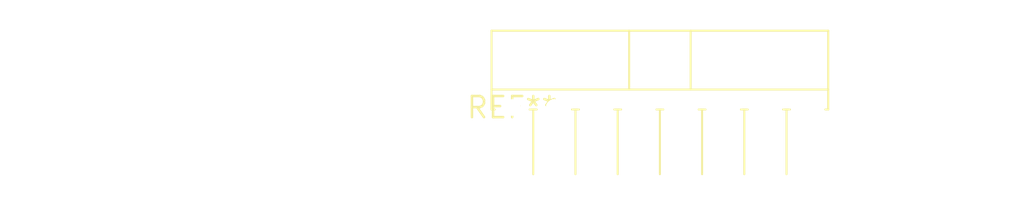
<source format=kicad_pcb>
(kicad_pcb (version 20240108) (generator pcbnew)
  (layers (0 "F.Cu" signal) (31 "B.Cu" signal) (34 "B.Paste" user) (35 "F.Paste" user) (36 "B.SilkS" user "B.Silkscreen") (37 "F.SilkS" user "F.Silkscreen") (38 "B.Mask" user) (39 "F.Mask" user) (44 "Edge.Cuts" user))
  (net 0 "")
  (footprint "TO-220F-15_P2.54x5.08mm_StaggerEven_Lead5.08mm_Vertical" (layer "F.Cu") (at 0 0)
    (property "Reference" "REF**")
    (property "Value" "TO-220F-15_P2.54x5.08mm_StaggerEven_Lead5.08mm_Vertical")
    (fp_line (start -1.24 -4.62) (end -1.24 0.121) (layer "F.SilkS") (stroke (width 0.12)))
    (fp_line (start -1.24 -4.62) (end 19.02 -4.62) (layer "F.SilkS") (stroke (width 0.12)))
    (fp_line (start -1.24 -1.08) (end 19.02 -1.08) (layer "F.SilkS") (stroke (width 0.12)))
    (fp_line (start -1.24 0.121) (end -1.05 0.121) (layer "F.SilkS") (stroke (width 0.12)))
    (fp_line (start 1.05 0.121) (end 1.475 0.121) (layer "F.SilkS") (stroke (width 0.12)))
    (fp_line (start 1.27 0.121) (end 1.27 4.015) (layer "F.SilkS") (stroke (width 0.12)))
    (fp_line (start 3.605 0.121) (end 4.016 0.121) (layer "F.SilkS") (stroke (width 0.12)))
    (fp_line (start 3.81 0.121) (end 3.81 4.015) (layer "F.SilkS") (stroke (width 0.12)))
    (fp_line (start 6.145 0.121) (end 6.555 0.121) (layer "F.SilkS") (stroke (width 0.12)))
    (fp_line (start 6.35 0.121) (end 6.35 4.015) (layer "F.SilkS") (stroke (width 0.12)))
    (fp_line (start 7.041 -4.62) (end 7.041 -1.08) (layer "F.SilkS") (stroke (width 0.12)))
    (fp_line (start 8.685 0.121) (end 9.095 0.121) (layer "F.SilkS") (stroke (width 0.12)))
    (fp_line (start 8.89 0.121) (end 8.89 4.015) (layer "F.SilkS") (stroke (width 0.12)))
    (fp_line (start 10.74 -4.62) (end 10.74 -1.08) (layer "F.SilkS") (stroke (width 0.12)))
    (fp_line (start 11.225 0.121) (end 11.635 0.121) (layer "F.SilkS") (stroke (width 0.12)))
    (fp_line (start 11.43 0.121) (end 11.43 4.015) (layer "F.SilkS") (stroke (width 0.12)))
    (fp_line (start 13.765 0.121) (end 14.175 0.121) (layer "F.SilkS") (stroke (width 0.12)))
    (fp_line (start 13.97 0.121) (end 13.97 4.015) (layer "F.SilkS") (stroke (width 0.12)))
    (fp_line (start 16.305 0.121) (end 16.715 0.121) (layer "F.SilkS") (stroke (width 0.12)))
    (fp_line (start 16.51 0.121) (end 16.51 4.015) (layer "F.SilkS") (stroke (width 0.12)))
    (fp_line (start 18.845 0.121) (end 19.02 0.121) (layer "F.SilkS") (stroke (width 0.12)))
    (fp_line (start 19.02 -4.62) (end 19.02 0.121) (layer "F.SilkS") (stroke (width 0.12)))
    (pad "1" thru_hole rect (at 0 0) (size 1.8 1.8) (drill 1) (layers *.Cu *.Mask) (remove_unused_layers))
    (pad "2" thru_hole oval (at 1.27 5.08) (size 1.8 1.8) (drill 1) (layers *.Cu *.Mask) (remove_unused_layers))
    (pad "3" thru_hole oval (at 2.54 0) (size 1.8 1.8) (drill 1) (layers *.Cu *.Mask) (remove_unused_layers))
    (pad "4" thru_hole oval (at 3.81 5.08) (size 1.8 1.8) (drill 1) (layers *.Cu *.Mask) (remove_unused_layers))
    (pad "5" thru_hole oval (at 5.08 0) (size 1.8 1.8) (drill 1) (layers *.Cu *.Mask) (remove_unused_layers))
    (pad "6" thru_hole oval (at 6.35 5.08) (size 1.8 1.8) (drill 1) (layers *.Cu *.Mask) (remove_unused_layers))
    (pad "7" thru_hole oval (at 7.62 0) (size 1.8 1.8) (drill 1) (layers *.Cu *.Mask) (remove_unused_layers))
    (pad "8" thru_hole oval (at 8.89 5.08) (size 1.8 1.8) (drill 1) (layers *.Cu *.Mask) (remove_unused_layers))
    (pad "9" thru_hole oval (at 10.16 0) (size 1.8 1.8) (drill 1) (layers *.Cu *.Mask) (remove_unused_layers))
    (pad "10" thru_hole oval (at 11.43 5.08) (size 1.8 1.8) (drill 1) (layers *.Cu *.Mask) (remove_unused_layers))
    (pad "11" thru_hole oval (at 12.7 0) (size 1.8 1.8) (drill 1) (layers *.Cu *.Mask) (remove_unused_layers))
    (pad "12" thru_hole oval (at 13.97 5.08) (size 1.8 1.8) (drill 1) (layers *.Cu *.Mask) (remove_unused_layers))
    (pad "13" thru_hole oval (at 15.24 0) (size 1.8 1.8) (drill 1) (layers *.Cu *.Mask) (remove_unused_layers))
    (pad "14" thru_hole oval (at 16.51 5.08) (size 1.8 1.8) (drill 1) (layers *.Cu *.Mask) (remove_unused_layers))
    (pad "15" thru_hole oval (at 17.78 0) (size 1.8 1.8) (drill 1) (layers *.Cu *.Mask) (remove_unused_layers))
  )
)
</source>
